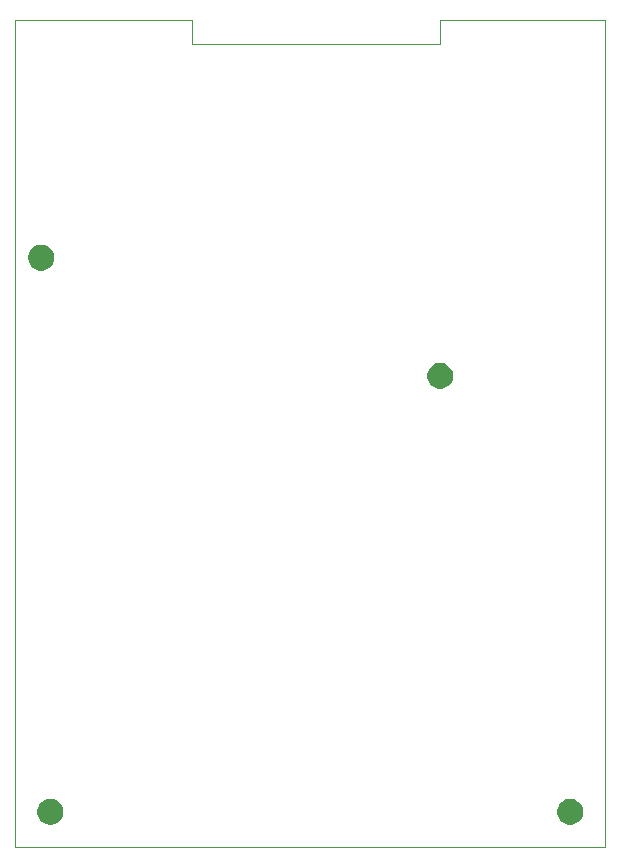
<source format=gbr>
%TF.GenerationSoftware,Altium Limited,Altium Designer,21.2.2 (38)*%
G04 Layer_Color=0*
%FSLAX45Y45*%
%MOMM*%
%TF.SameCoordinates,215B76EA-4B9E-490E-954B-DD862D4548B8*%
%TF.FilePolarity,Positive*%
%TF.FileFunction,Profile,NP*%
%TF.Part,Single*%
G01*
G75*
%TA.AperFunction,Profile*%
%ADD140C,0.02540*%
G36*
X221460Y4882114D02*
X210626D01*
X189374Y4886341D01*
X169356Y4894633D01*
X151339Y4906671D01*
X136018Y4921993D01*
X123979Y4940009D01*
X115687Y4960028D01*
X111460Y4981280D01*
Y4992114D01*
Y5002948D01*
X115687Y5024200D01*
X123979Y5044218D01*
X136018Y5062234D01*
X151339Y5077556D01*
X169356Y5089594D01*
X189374Y5097886D01*
X210626Y5102114D01*
X221460D01*
X232294D01*
X253546Y5097886D01*
X273565Y5089594D01*
X291581Y5077556D01*
X306903Y5062234D01*
X318941Y5044218D01*
X327233Y5024200D01*
X331460Y5002948D01*
Y4992114D01*
Y4981280D01*
X327233Y4960028D01*
X318941Y4940009D01*
X306903Y4921993D01*
X291581Y4906671D01*
X273565Y4894633D01*
X253546Y4886341D01*
X232294Y4882114D01*
X221460D01*
D01*
D02*
G37*
G36*
X3600000Y3880000D02*
X3589166D01*
X3567914Y3884227D01*
X3547895Y3892519D01*
X3529879Y3904557D01*
X3514557Y3919879D01*
X3502519Y3937895D01*
X3494227Y3957914D01*
X3490000Y3979166D01*
Y3990000D01*
Y4000834D01*
X3494227Y4022086D01*
X3502519Y4042104D01*
X3514557Y4060121D01*
X3529879Y4075442D01*
X3547895Y4087481D01*
X3567914Y4095773D01*
X3589166Y4100000D01*
X3600000D01*
X3610834D01*
X3632086Y4095773D01*
X3652104Y4087481D01*
X3670121Y4075442D01*
X3685442Y4060121D01*
X3697481Y4042104D01*
X3705773Y4022086D01*
X3710000Y4000834D01*
Y3990000D01*
Y3979166D01*
X3705773Y3957914D01*
X3697481Y3937895D01*
X3685442Y3919879D01*
X3670121Y3904557D01*
X3652104Y3892519D01*
X3632086Y3884227D01*
X3610834Y3880000D01*
X3600000D01*
D01*
D02*
G37*
G36*
X190000Y300000D02*
Y289166D01*
X194227Y267914D01*
X202519Y247895D01*
X214557Y229879D01*
X229879Y214557D01*
X247895Y202519D01*
X267914Y194227D01*
X289166Y190000D01*
X300000D01*
X310834D01*
X332086Y194227D01*
X352104Y202519D01*
X370121Y214557D01*
X385442Y229879D01*
X397481Y247895D01*
X405773Y267914D01*
X410000Y289166D01*
Y300000D01*
Y310834D01*
X405773Y332086D01*
X397481Y352104D01*
X385442Y370121D01*
X370121Y385442D01*
X352104Y397481D01*
X332086Y405773D01*
X310834Y410000D01*
X300000D01*
X289166D01*
X267914Y405773D01*
X247895Y397481D01*
X229879Y385442D01*
X214557Y370121D01*
X202519Y352104D01*
X194227Y332086D01*
X190000Y310834D01*
Y300000D01*
D01*
D02*
G37*
G36*
X4590000D02*
Y289166D01*
X4594227Y267914D01*
X4602519Y247895D01*
X4614557Y229879D01*
X4629879Y214557D01*
X4647895Y202519D01*
X4667914Y194227D01*
X4689166Y190000D01*
X4700000D01*
X4710834D01*
X4732086Y194227D01*
X4752105Y202519D01*
X4770121Y214557D01*
X4785443Y229879D01*
X4797481Y247895D01*
X4805773Y267914D01*
X4810000Y289166D01*
Y300000D01*
Y310834D01*
X4805773Y332086D01*
X4797481Y352104D01*
X4785443Y370121D01*
X4770121Y385442D01*
X4752105Y397481D01*
X4732086Y405773D01*
X4710834Y410000D01*
X4700000D01*
X4689166D01*
X4667914Y405773D01*
X4647895Y397481D01*
X4629879Y385442D01*
X4614557Y370121D01*
X4602519Y352104D01*
X4594227Y332086D01*
X4590000Y310834D01*
Y300000D01*
D01*
D02*
G37*
D140*
X0Y0D02*
Y7000000D01*
X1500000D01*
Y6800000D01*
X3600000D01*
Y7000000D01*
X5000000D01*
Y0D01*
X0D01*
%TF.MD5,1fe43f45d63310ecea0a44eabab004e2*%
M02*

</source>
